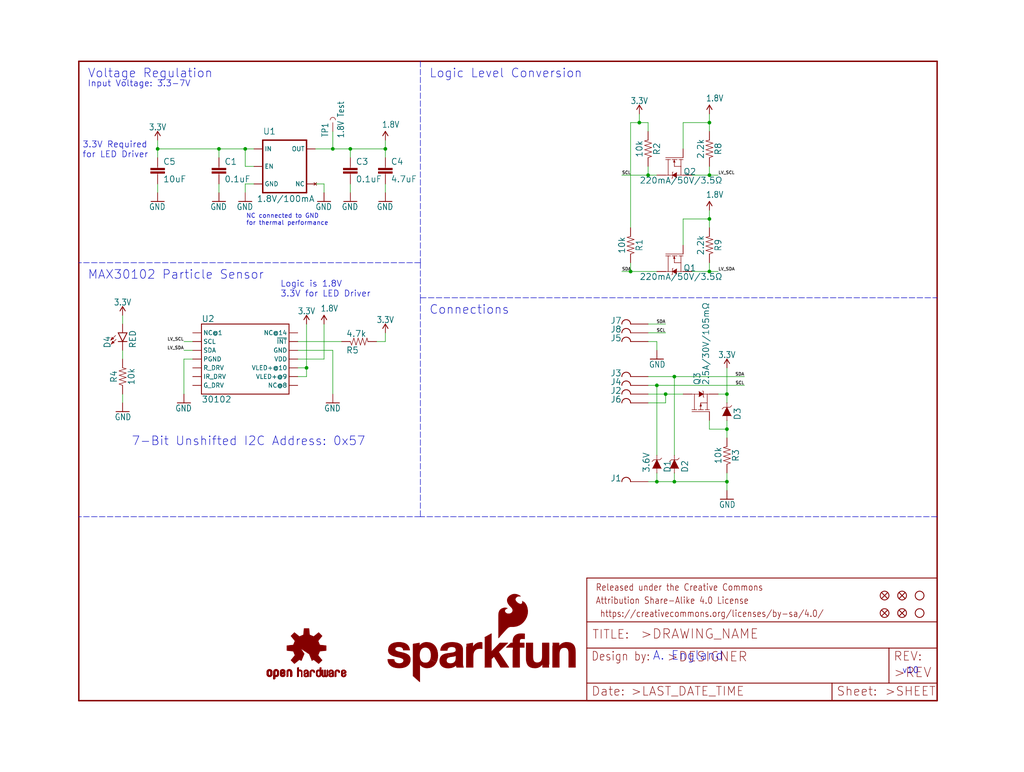
<source format=kicad_sch>
(kicad_sch (version 20211123) (generator eeschema)
  (paper "User" 297.002 223.926)
  (lib_symbols
    (symbol "eagleSchem-eagle-import:0.1UF-0603-25V-(+80{slash}-20%)"
      (property "Reference" "C" (at 1.524 2.921 0))
      (property "Value" "0.1UF-0603-25V-(+80{slash}-20%)" (at 1.524 -2.159 0))
      (symbol "0.1UF-0603-25V-(+80{slash}-20%)_1_0"
        (pin passive line (at 0 5.08 270) (length 2.54) (name "1") (number "1"))
        (pin passive line (at 0 -2.54 90) (length 2.54) (name "2") (number "2"))
      )
    )
    (symbol "eagleSchem-eagle-import:1.8V" (power)
      (property "Value" "1.8V" (at -1.016 3.556 0))
      (symbol "1.8V_1_0"
        (pin power_in line (at 0 0 90) (length 2.54) (name "1.8V") (number "1"))
      )
    )
    (symbol "eagleSchem-eagle-import:10KOHM-0603-1{slash}10W-1%"
      (property "Reference" "R" (at 0 1.524 0))
      (property "Value" "10KOHM-0603-1{slash}10W-1%" (at 0 -1.524 0))
      (symbol "10KOHM-0603-1{slash}10W-1%_1_0"
        (pin passive line (at -5.08 0 0) (length 2.54) (name "1") (number "1"))
        (pin passive line (at 5.08 0 180) (length 2.54) (name "2") (number "2"))
      )
    )
    (symbol "eagleSchem-eagle-import:10UF-0603-6.3V-20%"
      (property "Reference" "C" (at 1.524 2.921 0))
      (property "Value" "10UF-0603-6.3V-20%" (at 1.524 -2.159 0))
      (symbol "10UF-0603-6.3V-20%_1_0"
        (pin passive line (at 0 5.08 270) (length 2.54) (name "1") (number "1"))
        (pin passive line (at 0 -2.54 90) (length 2.54) (name "2") (number "2"))
      )
    )
    (symbol "eagleSchem-eagle-import:2.2KOHM-0603-1{slash}10W-1%"
      (property "Reference" "R" (at 0 1.524 0))
      (property "Value" "2.2KOHM-0603-1{slash}10W-1%" (at 0 -1.524 0))
      (symbol "2.2KOHM-0603-1{slash}10W-1%_1_0"
        (pin passive line (at -5.08 0 0) (length 2.54) (name "1") (number "1"))
        (pin passive line (at 5.08 0 180) (length 2.54) (name "2") (number "2"))
      )
    )
    (symbol "eagleSchem-eagle-import:3.3V" (power)
      (property "Value" "3.3V" (at 0 2.794 0))
      (symbol "3.3V_1_0"
        (pin power_in line (at 0 0 90) (length 2.54) (name "3.3V") (number "1"))
      )
    )
    (symbol "eagleSchem-eagle-import:4.7KOHM-0603-1{slash}10W-1%"
      (property "Reference" "R" (at 0 1.524 0))
      (property "Value" "4.7KOHM-0603-1{slash}10W-1%" (at 0 -1.524 0))
      (symbol "4.7KOHM-0603-1{slash}10W-1%_1_0"
        (pin passive line (at -5.08 0 0) (length 2.54) (name "1") (number "1"))
        (pin passive line (at 5.08 0 180) (length 2.54) (name "2") (number "2"))
      )
    )
    (symbol "eagleSchem-eagle-import:4.7UF-0603-6.3V-(10%)"
      (property "Reference" "C" (at 1.524 2.921 0))
      (property "Value" "4.7UF-0603-6.3V-(10%)" (at 1.524 -2.159 0))
      (symbol "4.7UF-0603-6.3V-(10%)_1_0"
        (pin passive line (at 0 5.08 270) (length 2.54) (name "1") (number "1"))
        (pin passive line (at 0 -2.54 90) (length 2.54) (name "2") (number "2"))
      )
    )
    (symbol "eagleSchem-eagle-import:DIODE-ZENER-BZT52C3V6S"
      (property "Reference" "D" (at -2.54 2.032 0))
      (property "Value" "DIODE-ZENER-BZT52C3V6S" (at -2.54 -2.032 0))
      (symbol "DIODE-ZENER-BZT52C3V6S_1_0"
        (pin passive line (at -2.54 0 0) (length 0) (name "A") (number "A"))
        (pin passive line (at 2.54 0 180) (length 0) (name "C") (number "C"))
      )
    )
    (symbol "eagleSchem-eagle-import:FIDUCIALUFIDUCIAL")
    (symbol "eagleSchem-eagle-import:FRAME-LETTER"
      (symbol "FRAME-LETTER_2_0"
        (text " https://creativecommons.org/licenses/by-sa/4.0/" (at 2.54 24.13 0) (effects (font (size 1.9304 1.6408)) (justify left bottom)))
        (text ">DESIGNER" (at 23.114 11.176 0) (effects (font (size 2.7432 2.7432)) (justify left bottom)))
        (text ">DRAWING_NAME" (at 15.494 17.78 0) (effects (font (size 2.7432 2.7432)) (justify left bottom)))
        (text ">LAST_DATE_TIME" (at 12.7 1.27 0) (effects (font (size 2.54 2.54)) (justify left bottom)))
        (text ">REV" (at 88.9 6.604 0) (effects (font (size 2.7432 2.7432)) (justify left bottom)))
        (text ">SHEET" (at 86.36 1.27 0) (effects (font (size 2.54 2.54)) (justify left bottom)))
        (text "Attribution Share-Alike 4.0 License" (at 2.54 27.94 0) (effects (font (size 1.9304 1.6408)) (justify left bottom)))
        (text "Date:" (at 1.27 1.27 0) (effects (font (size 2.54 2.54)) (justify left bottom)))
        (text "Design by:" (at 1.27 11.43 0) (effects (font (size 2.54 2.159)) (justify left bottom)))
        (text "Released under the Creative Commons" (at 2.54 31.75 0) (effects (font (size 1.9304 1.6408)) (justify left bottom)))
        (text "REV:" (at 88.9 11.43 0) (effects (font (size 2.54 2.54)) (justify left bottom)))
        (text "Sheet:" (at 72.39 1.27 0) (effects (font (size 2.54 2.54)) (justify left bottom)))
        (text "TITLE:" (at 1.524 17.78 0) (effects (font (size 2.54 2.54)) (justify left bottom)))
      )
    )
    (symbol "eagleSchem-eagle-import:GATORGATOR_MINI"
      (property "Reference" "J" (at 0 2.54 0))
      (property "Value" "GATORGATOR_MINI" (at -2.54 -5.08 0))
      (symbol "GATORGATOR_MINI_1_0"
        (pin bidirectional line (at -2.54 0 0) (length 5.08) (name "P$1") (number "P$2"))
      )
    )
    (symbol "eagleSchem-eagle-import:GND" (power)
      (property "Value" "GND" (at -2.54 -2.54 0))
      (symbol "GND_1_0"
        (pin power_in line (at 0 2.54 270) (length 2.54) (name "GND") (number "1"))
      )
    )
    (symbol "eagleSchem-eagle-import:LED-RED0603"
      (property "Reference" "D" (at -3.429 -4.572 90))
      (property "Value" "LED-RED0603" (at 1.905 -4.572 90))
      (symbol "LED-RED0603_1_0"
        (pin passive line (at 0 2.54 270) (length 2.54) (name "A") (number "A"))
        (pin passive line (at 0 -5.08 90) (length 2.54) (name "C") (number "C"))
      )
    )
    (symbol "eagleSchem-eagle-import:MAX3010X-30102"
      (property "Reference" "U" (at -12.7 10.668 0))
      (property "Value" "MAX3010X-30102" (at -12.7 -10.668 0))
      (symbol "MAX3010X-30102_1_0"
        (pin bidirectional line (at -15.24 7.62 0) (length 2.54) (name "NC@1") (number "1"))
        (pin bidirectional line (at 15.24 -2.54 180) (length 2.54) (name "VLED+@10") (number "10"))
        (pin bidirectional line (at 15.24 0 180) (length 2.54) (name "VDD") (number "11"))
        (pin bidirectional line (at 15.24 2.54 180) (length 2.54) (name "GND") (number "12"))
        (pin bidirectional line (at 15.24 5.08 180) (length 2.54) (name "~{INT}") (number "13"))
        (pin bidirectional line (at 15.24 7.62 180) (length 2.54) (name "NC@14") (number "14"))
        (pin bidirectional line (at -15.24 5.08 0) (length 2.54) (name "SCL") (number "2"))
        (pin bidirectional line (at -15.24 2.54 0) (length 2.54) (name "SDA") (number "3"))
        (pin bidirectional line (at -15.24 0 0) (length 2.54) (name "PGND") (number "4"))
        (pin bidirectional line (at -15.24 -2.54 0) (length 2.54) (name "R_DRV") (number "5"))
        (pin bidirectional line (at -15.24 -5.08 0) (length 2.54) (name "IR_DRV") (number "6"))
        (pin bidirectional line (at -15.24 -7.62 0) (length 2.54) (name "G_DRV") (number "7"))
        (pin bidirectional line (at 15.24 -7.62 180) (length 2.54) (name "NC@8") (number "8"))
        (pin bidirectional line (at 15.24 -5.08 180) (length 2.54) (name "VLED+@9") (number "9"))
      )
    )
    (symbol "eagleSchem-eagle-import:MOSFET-NCH-BSS138"
      (property "Reference" "Q" (at 5.08 0 0))
      (property "Value" "MOSFET-NCH-BSS138" (at 5.08 -2.54 0))
      (symbol "MOSFET-NCH-BSS138_1_0"
        (pin bidirectional line (at -5.08 -2.54 0) (length 2.54) (name "G") (number "1"))
        (pin bidirectional line (at 2.54 -5.08 90) (length 2.54) (name "S") (number "2"))
        (pin bidirectional line (at 2.54 5.08 270) (length 2.54) (name "D") (number "3"))
      )
    )
    (symbol "eagleSchem-eagle-import:MOSFET_PCH-DMG2307L"
      (property "Reference" "Q" (at 5.08 0 0))
      (property "Value" "MOSFET_PCH-DMG2307L" (at 5.08 -2.54 0))
      (symbol "MOSFET_PCH-DMG2307L_1_0"
        (pin bidirectional line (at -5.08 -2.54 0) (length 2.54) (name "G") (number "1"))
        (pin bidirectional line (at 2.54 -5.08 90) (length 2.54) (name "S") (number "2"))
        (pin bidirectional line (at 2.54 5.08 270) (length 2.54) (name "D") (number "3"))
      )
    )
    (symbol "eagleSchem-eagle-import:OSHW-LOGOS")
    (symbol "eagleSchem-eagle-import:SFE_LOGO_NAME_FLAME.1_INCH")
    (symbol "eagleSchem-eagle-import:STAND-OFFTIGHT")
    (symbol "eagleSchem-eagle-import:TEST-POINT3X4"
      (property "Reference" "TP" (at -2.54 2.54 0))
      (property "Value" "TEST-POINT3X4" (at -2.54 -2.54 0))
      (symbol "TEST-POINT3X4_1_0"
        (pin bidirectional line (at 0 0 180) (length 0) (name "1") (number "P$1"))
      )
    )
    (symbol "eagleSchem-eagle-import:V_REG_SP6214-1.8V"
      (property "Reference" "U" (at -7.62 7.874 0))
      (property "Value" "V_REG_SP6214-1.8V" (at -7.62 -7.874 0))
      (symbol "V_REG_SP6214-1.8V_1_0"
        (pin input line (at -10.16 5.08 0) (length 2.54) (name "IN") (number "1"))
        (pin input line (at -10.16 -5.08 0) (length 2.54) (name "GND") (number "2"))
        (pin input line (at -10.16 0 0) (length 2.54) (name "EN") (number "3"))
        (pin no_connect line (at 7.62 -5.08 180) (length 2.54) (name "NC") (number "4"))
        (pin passive line (at 7.62 5.08 180) (length 2.54) (name "OUT") (number "5"))
      )
    )
  )
  (junction (at 193.04 114.3))
  (junction (at 205.74 35.56))
  (junction (at 185.42 35.56))
  (junction (at 190.5 111.76))
  (junction (at 195.58 139.7))
  (junction (at 101.6 43.18))
  (junction (at 195.58 109.22))
  (junction (at 63.5 43.18))
  (junction (at 205.74 78.74))
  (junction (at 111.76 43.18))
  (junction (at 88.9 106.68))
  (junction (at 190.5 139.7))
  (junction (at 71.12 43.18))
  (junction (at 210.82 114.3))
  (junction (at 210.82 139.7))
  (junction (at 182.88 78.74))
  (junction (at 187.96 50.8))
  (junction (at 210.82 124.46))
  (junction (at 205.74 63.5))
  (junction (at 45.72 43.18))
  (junction (at 96.52 43.18))
  (junction (at 205.74 50.8))
  (wire (pts (xy 111.76 43.18) (xy 111.76 40.64)))
  (wire (pts (xy 88.9 106.68) (xy 88.9 109.22)))
  (wire (pts (xy 86.36 106.68) (xy 88.9 106.68)))
  (wire (pts (xy 210.82 137.16) (xy 210.82 139.7)))
  (polyline (pts (xy 121.92 86.36) (xy 271.78 86.36)))
  (wire (pts (xy 205.74 121.92) (xy 205.74 124.46)))
  (wire (pts (xy 185.42 35.56) (xy 187.96 35.56)))
  (wire (pts (xy 63.5 55.88) (xy 63.5 53.34)))
  (wire (pts (xy 111.76 45.72) (xy 111.76 43.18)))
  (wire (pts (xy 187.96 93.98) (xy 193.04 93.98)))
  (wire (pts (xy 185.42 33.02) (xy 185.42 35.56)))
  (polyline (pts (xy 121.92 76.2) (xy 121.92 86.36)))
  (wire (pts (xy 96.52 101.6) (xy 96.52 114.3)))
  (polyline (pts (xy 121.92 86.36) (xy 121.92 149.86)))
  (wire (pts (xy 71.12 43.18) (xy 73.66 43.18)))
  (wire (pts (xy 205.74 35.56) (xy 205.74 38.1)))
  (wire (pts (xy 182.88 78.74) (xy 180.34 78.74)))
  (wire (pts (xy 35.56 104.14) (xy 35.56 101.6)))
  (wire (pts (xy 88.9 106.68) (xy 88.9 93.98)))
  (wire (pts (xy 210.82 116.84) (xy 210.82 114.3)))
  (wire (pts (xy 101.6 45.72) (xy 101.6 43.18)))
  (wire (pts (xy 111.76 55.88) (xy 111.76 53.34)))
  (wire (pts (xy 187.96 48.26) (xy 187.96 50.8)))
  (wire (pts (xy 193.04 114.3) (xy 187.96 114.3)))
  (wire (pts (xy 187.96 96.52) (xy 193.04 96.52)))
  (wire (pts (xy 55.88 104.14) (xy 53.34 104.14)))
  (wire (pts (xy 91.44 53.34) (xy 93.98 53.34)))
  (wire (pts (xy 205.74 124.46) (xy 210.82 124.46)))
  (wire (pts (xy 205.74 78.74) (xy 200.66 78.74)))
  (polyline (pts (xy 121.92 149.86) (xy 22.86 149.86)))
  (wire (pts (xy 96.52 43.18) (xy 101.6 43.18)))
  (wire (pts (xy 210.82 121.92) (xy 210.82 124.46)))
  (wire (pts (xy 198.12 63.5) (xy 205.74 63.5)))
  (wire (pts (xy 187.96 35.56) (xy 187.96 38.1)))
  (wire (pts (xy 205.74 33.02) (xy 205.74 35.56)))
  (wire (pts (xy 195.58 109.22) (xy 215.9 109.22)))
  (wire (pts (xy 93.98 104.14) (xy 93.98 93.98)))
  (polyline (pts (xy 271.78 149.86) (xy 121.92 149.86)))
  (wire (pts (xy 190.5 137.16) (xy 190.5 139.7)))
  (wire (pts (xy 45.72 40.64) (xy 45.72 43.18)))
  (wire (pts (xy 210.82 139.7) (xy 210.82 142.24)))
  (wire (pts (xy 195.58 132.08) (xy 195.58 109.22)))
  (wire (pts (xy 187.96 111.76) (xy 190.5 111.76)))
  (wire (pts (xy 190.5 139.7) (xy 195.58 139.7)))
  (wire (pts (xy 208.28 78.74) (xy 205.74 78.74)))
  (wire (pts (xy 63.5 45.72) (xy 63.5 43.18)))
  (wire (pts (xy 111.76 96.52) (xy 111.76 99.06)))
  (wire (pts (xy 187.96 99.06) (xy 190.5 99.06)))
  (wire (pts (xy 86.36 109.22) (xy 88.9 109.22)))
  (wire (pts (xy 190.5 78.74) (xy 182.88 78.74)))
  (wire (pts (xy 205.74 63.5) (xy 205.74 66.04)))
  (wire (pts (xy 187.96 139.7) (xy 190.5 139.7)))
  (wire (pts (xy 208.28 50.8) (xy 205.74 50.8)))
  (polyline (pts (xy 121.92 17.78) (xy 121.92 76.2)))
  (wire (pts (xy 208.28 114.3) (xy 210.82 114.3)))
  (wire (pts (xy 45.72 55.88) (xy 45.72 53.34)))
  (wire (pts (xy 96.52 43.18) (xy 96.52 38.1)))
  (wire (pts (xy 190.5 99.06) (xy 190.5 101.6)))
  (wire (pts (xy 111.76 99.06) (xy 109.22 99.06)))
  (wire (pts (xy 86.36 104.14) (xy 93.98 104.14)))
  (wire (pts (xy 187.96 50.8) (xy 180.34 50.8)))
  (wire (pts (xy 205.74 76.2) (xy 205.74 78.74)))
  (wire (pts (xy 190.5 132.08) (xy 190.5 111.76)))
  (wire (pts (xy 185.42 35.56) (xy 182.88 35.56)))
  (wire (pts (xy 210.82 114.3) (xy 210.82 106.68)))
  (wire (pts (xy 190.5 111.76) (xy 215.9 111.76)))
  (polyline (pts (xy 121.92 76.2) (xy 22.86 76.2)))
  (wire (pts (xy 205.74 48.26) (xy 205.74 50.8)))
  (wire (pts (xy 195.58 137.16) (xy 195.58 139.7)))
  (wire (pts (xy 55.88 99.06) (xy 53.34 99.06)))
  (wire (pts (xy 187.96 109.22) (xy 195.58 109.22)))
  (wire (pts (xy 71.12 53.34) (xy 71.12 55.88)))
  (wire (pts (xy 35.56 116.84) (xy 35.56 114.3)))
  (wire (pts (xy 190.5 50.8) (xy 187.96 50.8)))
  (wire (pts (xy 195.58 139.7) (xy 210.82 139.7)))
  (wire (pts (xy 205.74 60.96) (xy 205.74 63.5)))
  (wire (pts (xy 55.88 101.6) (xy 53.34 101.6)))
  (wire (pts (xy 205.74 50.8) (xy 200.66 50.8)))
  (wire (pts (xy 73.66 53.34) (xy 71.12 53.34)))
  (wire (pts (xy 210.82 124.46) (xy 210.82 127)))
  (wire (pts (xy 187.96 116.84) (xy 193.04 116.84)))
  (wire (pts (xy 198.12 35.56) (xy 205.74 35.56)))
  (wire (pts (xy 93.98 53.34) (xy 93.98 55.88)))
  (wire (pts (xy 45.72 43.18) (xy 63.5 43.18)))
  (wire (pts (xy 71.12 48.26) (xy 71.12 43.18)))
  (wire (pts (xy 63.5 43.18) (xy 71.12 43.18)))
  (wire (pts (xy 182.88 35.56) (xy 182.88 66.04)))
  (wire (pts (xy 193.04 116.84) (xy 193.04 114.3)))
  (wire (pts (xy 35.56 91.44) (xy 35.56 93.98)))
  (wire (pts (xy 53.34 104.14) (xy 53.34 114.3)))
  (wire (pts (xy 198.12 71.12) (xy 198.12 63.5)))
  (wire (pts (xy 45.72 45.72) (xy 45.72 43.18)))
  (wire (pts (xy 182.88 76.2) (xy 182.88 78.74)))
  (wire (pts (xy 198.12 43.18) (xy 198.12 35.56)))
  (wire (pts (xy 101.6 55.88) (xy 101.6 53.34)))
  (wire (pts (xy 198.12 114.3) (xy 193.04 114.3)))
  (wire (pts (xy 86.36 101.6) (xy 96.52 101.6)))
  (wire (pts (xy 91.44 43.18) (xy 96.52 43.18)))
  (wire (pts (xy 86.36 99.06) (xy 99.06 99.06)))
  (wire (pts (xy 101.6 43.18) (xy 111.76 43.18)))
  (wire (pts (xy 73.66 48.26) (xy 71.12 48.26)))
  (text "A. England" (at 189.23 191.77 180) (effects (font (size 2.54 2.54)) (justify left bottom)))
  (text "NC connected to GND\nfor thermal performance" (at 71.374 65.532 180) (effects (font (size 1.27 1.27)) (justify left bottom)))
  (text "Input Voltage: 3.3-7V" (at 25.4 25.4 180) (effects (font (size 1.778 1.778)) (justify left bottom)))
  (text "Connections" (at 124.46 91.44 180) (effects (font (size 2.54 2.54)) (justify left bottom)))
  (text "7-Bit Unshifted I2C Address: 0x57" (at 38.1 129.54 180) (effects (font (size 2.54 2.54)) (justify left bottom)))
  (text "MAX30102 Particle Sensor" (at 25.4 81.28 180) (effects (font (size 2.54 2.54)) (justify left bottom)))
  (text "Logic is 1.8V\n3.3V for LED Driver" (at 81.28 86.36 180) (effects (font (size 1.778 1.778)) (justify left bottom)))
  (text "Voltage Regulation" (at 25.4 22.86 180) (effects (font (size 2.54 2.54)) (justify left bottom)))
  (text "v10" (at 261.62 195.58 180) (effects (font (size 1.778 1.778)) (justify left bottom)))
  (text "3.3V Required\nfor LED Driver" (at 23.876 45.974 180) (effects (font (size 1.778 1.778)) (justify left bottom)))
  (text "Logic Level Conversion" (at 124.46 22.86 180) (effects (font (size 2.54 2.54)) (justify left bottom)))
  (label "SDA" (at 215.9 109.22 180) (effects (font (size 0.889 0.889))))
  (label "LV_SCL" (at 208.28 50.8 0) (effects (font (size 0.889 0.889))))
  (label "LV_SCL" (at 53.34 99.06 180) (effects (font (size 0.889 0.889))))
  (label "SCL" (at 215.9 111.76 180) (effects (font (size 0.889 0.889))))
  (label "SCL" (at 180.34 50.8 0) (effects (font (size 0.889 0.889))))
  (label "SDA" (at 193.04 93.98 180) (effects (font (size 0.889 0.889))))
  (label "SDA" (at 180.34 78.74 0) (effects (font (size 0.889 0.889))))
  (label "SCL" (at 193.04 96.52 180) (effects (font (size 0.889 0.889))))
  (label "LV_SDA" (at 208.28 78.74 0) (effects (font (size 0.889 0.889))))
  (label "LV_SDA" (at 53.34 101.6 180) (effects (font (size 0.889 0.889))))
  (symbol (lib_id "eagleSchem-eagle-import:V_REG_SP6214-1.8V") (at 83.82 48.26 0) (unit 1)
    (property "Reference" "U1" (at 76.2 39.116 0) (effects (font (size 1.778 1.778)) (justify left bottom)))
    (property "Value" "1.8V/100mA" (at 74.422 58.674 0) (effects (font (size 1.778 1.778)) (justify left bottom)))
    (property "Footprint" "eagleSchem:SC70" (effects hide))
  )
  (symbol (lib_id "eagleSchem-eagle-import:DIODE-ZENER-BZT52C3V6S") (at 210.82 119.38 270) (mirror x) (unit 1)
    (property "Reference" "D3" (at 212.852 121.92 0) (effects (font (size 1.778 1.778)) (justify left bottom)))
    (property "Value" "3.6V" (effects hide))
    (property "Footprint" "eagleSchem:SOD-323" (effects hide))
  )
  (symbol (lib_id "eagleSchem-eagle-import:DIODE-ZENER-BZT52C3V6S") (at 190.5 134.62 270) (mirror x) (unit 1)
    (property "Reference" "D1" (at 192.532 137.16 0) (effects (font (size 1.778 1.778)) (justify left bottom)))
    (property "Value" "3.6V" (at 188.468 137.16 0) (effects (font (size 1.778 1.778)) (justify left top)))
    (property "Footprint" "eagleSchem:SOD-323" (effects hide))
  )
  (symbol (lib_id "eagleSchem-eagle-import:1.8V") (at 205.74 33.02 0) (unit 1)
    (property "Reference" "#SUPPLY7" (effects hide))
    (property "Value" "1.8V" (at 204.724 29.464 0) (effects (font (size 1.778 1.5113)) (justify left bottom)))
    (property "Footprint" "eagleSchem:" (effects hide))
  )
  (symbol (lib_id "eagleSchem-eagle-import:GATORGATOR_MINI") (at 185.42 99.06 0) (mirror y) (unit 1)
    (property "Reference" "J5" (at 180.34 99.06 0) (effects (font (size 1.778 1.778)) (justify left bottom)))
    (property "Value" "GATORGATOR_MINI" (effects hide))
    (property "Footprint" "eagleSchem:GATOR_MINI" (effects hide))
  )
  (symbol (lib_id "eagleSchem-eagle-import:MOSFET_PCH-DMG2307L") (at 203.2 116.84 90) (unit 1)
    (property "Reference" "Q3" (at 203.2 111.76 0) (effects (font (size 1.778 1.778)) (justify left bottom)))
    (property "Value" "2.5A/30V/105mΩ" (at 205.74 111.76 0) (effects (font (size 1.778 1.778)) (justify left bottom)))
    (property "Footprint" "eagleSchem:SOT23-3" (effects hide))
  )
  (symbol (lib_id "eagleSchem-eagle-import:DIODE-ZENER-BZT52C3V6S") (at 195.58 134.62 270) (mirror x) (unit 1)
    (property "Reference" "D2" (at 197.612 137.16 0) (effects (font (size 1.778 1.778)) (justify left bottom)))
    (property "Value" "3.6V" (effects hide))
    (property "Footprint" "eagleSchem:SOD-323" (effects hide))
  )
  (symbol (lib_id "eagleSchem-eagle-import:LED-RED0603") (at 35.56 96.52 0) (unit 1)
    (property "Reference" "D4" (at 32.131 101.092 90) (effects (font (size 1.778 1.778)) (justify left bottom)))
    (property "Value" "RED" (at 37.465 101.092 90) (effects (font (size 1.778 1.778)) (justify left top)))
    (property "Footprint" "eagleSchem:LED-0603" (effects hide))
  )
  (symbol (lib_id "eagleSchem-eagle-import:0.1UF-0603-25V-(+80{slash}-20%)") (at 101.6 50.8 0) (unit 1)
    (property "Reference" "C3" (at 103.124 47.879 0) (effects (font (size 1.778 1.778)) (justify left bottom)))
    (property "Value" "0.1uF" (at 103.124 52.959 0) (effects (font (size 1.778 1.778)) (justify left bottom)))
    (property "Footprint" "eagleSchem:0603" (effects hide))
  )
  (symbol (lib_id "eagleSchem-eagle-import:GND") (at 71.12 58.42 0) (unit 1)
    (property "Reference" "#GND2" (effects hide))
    (property "Value" "GND" (at 68.58 60.96 0) (effects (font (size 1.778 1.5113)) (justify left bottom)))
    (property "Footprint" "eagleSchem:" (effects hide))
  )
  (symbol (lib_id "eagleSchem-eagle-import:GATORGATOR_MINI") (at 185.42 109.22 0) (mirror y) (unit 1)
    (property "Reference" "J3" (at 180.34 109.22 0) (effects (font (size 1.778 1.778)) (justify left bottom)))
    (property "Value" "GATORGATOR_MINI" (effects hide))
    (property "Footprint" "eagleSchem:GATOR_MINI" (effects hide))
  )
  (symbol (lib_id "eagleSchem-eagle-import:GATORGATOR_MINI") (at 185.42 96.52 0) (mirror y) (unit 1)
    (property "Reference" "J8" (at 180.34 96.52 0) (effects (font (size 1.778 1.778)) (justify left bottom)))
    (property "Value" "GATORGATOR_MINI" (effects hide))
    (property "Footprint" "eagleSchem:GATOR_MINI" (effects hide))
  )
  (symbol (lib_id "eagleSchem-eagle-import:10KOHM-0603-1{slash}10W-1%") (at 210.82 132.08 270) (mirror x) (unit 1)
    (property "Reference" "R3" (at 212.344 132.08 0) (effects (font (size 1.778 1.778)) (justify bottom)))
    (property "Value" "10k" (at 209.296 132.08 0) (effects (font (size 1.778 1.778)) (justify top)))
    (property "Footprint" "eagleSchem:0603" (effects hide))
  )
  (symbol (lib_id "eagleSchem-eagle-import:1.8V") (at 205.74 60.96 0) (unit 1)
    (property "Reference" "#SUPPLY8" (effects hide))
    (property "Value" "1.8V" (at 204.724 57.404 0) (effects (font (size 1.778 1.5113)) (justify left bottom)))
    (property "Footprint" "eagleSchem:" (effects hide))
  )
  (symbol (lib_id "eagleSchem-eagle-import:GND") (at 96.52 116.84 0) (unit 1)
    (property "Reference" "#GND6" (effects hide))
    (property "Value" "GND" (at 93.98 119.38 0) (effects (font (size 1.778 1.5113)) (justify left bottom)))
    (property "Footprint" "eagleSchem:" (effects hide))
  )
  (symbol (lib_id "eagleSchem-eagle-import:10KOHM-0603-1{slash}10W-1%") (at 182.88 71.12 270) (mirror x) (unit 1)
    (property "Reference" "R1" (at 184.404 71.12 0) (effects (font (size 1.778 1.778)) (justify bottom)))
    (property "Value" "10k" (at 181.356 71.12 0) (effects (font (size 1.778 1.778)) (justify top)))
    (property "Footprint" "eagleSchem:0603" (effects hide))
  )
  (symbol (lib_id "eagleSchem-eagle-import:FRAME-LETTER") (at 170.18 203.2 0) (unit 2)
    (property "Reference" "FRAME1" (effects hide))
    (property "Value" "FRAME-LETTER" (effects hide))
    (property "Footprint" "eagleSchem:CREATIVE_COMMONS" (effects hide))
  )
  (symbol (lib_id "eagleSchem-eagle-import:STAND-OFFTIGHT") (at 266.7 177.8 0) (unit 1)
    (property "Reference" "STANDOFF2" (effects hide))
    (property "Value" "STAND-OFFTIGHT" (effects hide))
    (property "Footprint" "eagleSchem:STAND-OFF-TIGHT" (effects hide))
  )
  (symbol (lib_id "eagleSchem-eagle-import:0.1UF-0603-25V-(+80{slash}-20%)") (at 63.5 50.8 0) (unit 1)
    (property "Reference" "C1" (at 65.024 47.879 0) (effects (font (size 1.778 1.778)) (justify left bottom)))
    (property "Value" "0.1uF" (at 65.024 52.959 0) (effects (font (size 1.778 1.778)) (justify left bottom)))
    (property "Footprint" "eagleSchem:0603" (effects hide))
  )
  (symbol (lib_id "eagleSchem-eagle-import:GND") (at 35.56 119.38 0) (mirror y) (unit 1)
    (property "Reference" "#GND10" (effects hide))
    (property "Value" "GND" (at 38.1 121.92 0) (effects (font (size 1.778 1.5113)) (justify left bottom)))
    (property "Footprint" "eagleSchem:" (effects hide))
  )
  (symbol (lib_id "eagleSchem-eagle-import:GATORGATOR_MINI") (at 185.42 93.98 0) (mirror y) (unit 1)
    (property "Reference" "J7" (at 180.34 93.98 0) (effects (font (size 1.778 1.778)) (justify left bottom)))
    (property "Value" "GATORGATOR_MINI" (effects hide))
    (property "Footprint" "eagleSchem:GATOR_MINI" (effects hide))
  )
  (symbol (lib_id "eagleSchem-eagle-import:GND") (at 101.6 58.42 0) (unit 1)
    (property "Reference" "#GND4" (effects hide))
    (property "Value" "GND" (at 99.06 60.96 0) (effects (font (size 1.778 1.5113)) (justify left bottom)))
    (property "Footprint" "eagleSchem:" (effects hide))
  )
  (symbol (lib_id "eagleSchem-eagle-import:MOSFET-NCH-BSS138") (at 195.58 76.2 90) (mirror x) (unit 1)
    (property "Reference" "Q1" (at 198.12 78.74 90) (effects (font (size 1.778 1.778)) (justify right bottom)))
    (property "Value" "220mA/50V/3.5Ω" (at 185.42 81.28 90) (effects (font (size 1.778 1.778)) (justify right bottom)))
    (property "Footprint" "eagleSchem:SOT23-3" (effects hide))
  )
  (symbol (lib_id "eagleSchem-eagle-import:3.3V") (at 45.72 40.64 0) (unit 1)
    (property "Reference" "#SUPPLY1" (effects hide))
    (property "Value" "3.3V" (at 45.72 37.846 0) (effects (font (size 1.778 1.5113)) (justify bottom)))
    (property "Footprint" "eagleSchem:" (effects hide))
  )
  (symbol (lib_id "eagleSchem-eagle-import:TEST-POINT3X4") (at 96.52 38.1 90) (unit 1)
    (property "Reference" "TP1" (at 95.25 39.878 0) (effects (font (size 1.778 1.5113)) (justify left bottom)))
    (property "Value" "1.8V Test" (at 99.822 40.132 0) (effects (font (size 1.778 1.5113)) (justify left bottom)))
    (property "Footprint" "eagleSchem:PAD.03X.04" (effects hide))
  )
  (symbol (lib_id "eagleSchem-eagle-import:FIDUCIALUFIDUCIAL") (at 256.54 177.8 0) (unit 1)
    (property "Reference" "FID1" (effects hide))
    (property "Value" "FIDUCIALUFIDUCIAL" (effects hide))
    (property "Footprint" "eagleSchem:FIDUCIAL-MICRO" (effects hide))
  )
  (symbol (lib_id "eagleSchem-eagle-import:GATORGATOR_MINI") (at 185.42 116.84 0) (mirror y) (unit 1)
    (property "Reference" "J6" (at 180.34 116.84 0) (effects (font (size 1.778 1.778)) (justify left bottom)))
    (property "Value" "GATORGATOR_MINI" (effects hide))
    (property "Footprint" "eagleSchem:GATOR_MINI" (effects hide))
  )
  (symbol (lib_id "eagleSchem-eagle-import:GND") (at 210.82 144.78 0) (mirror y) (unit 1)
    (property "Reference" "#GND27" (effects hide))
    (property "Value" "GND" (at 213.36 147.32 0) (effects (font (size 1.778 1.5113)) (justify left bottom)))
    (property "Footprint" "eagleSchem:" (effects hide))
  )
  (symbol (lib_id "eagleSchem-eagle-import:3.3V") (at 111.76 96.52 0) (unit 1)
    (property "Reference" "#SUPPLY5" (effects hide))
    (property "Value" "3.3V" (at 111.76 93.726 0) (effects (font (size 1.778 1.5113)) (justify bottom)))
    (property "Footprint" "eagleSchem:" (effects hide))
  )
  (symbol (lib_id "eagleSchem-eagle-import:4.7KOHM-0603-1{slash}10W-1%") (at 104.14 99.06 0) (mirror x) (unit 1)
    (property "Reference" "R5" (at 100.33 100.5586 0) (effects (font (size 1.778 1.778)) (justify left bottom)))
    (property "Value" "4.7k" (at 100.33 95.758 0) (effects (font (size 1.778 1.778)) (justify left bottom)))
    (property "Footprint" "eagleSchem:0603" (effects hide))
  )
  (symbol (lib_id "eagleSchem-eagle-import:OSHW-LOGOS") (at 88.9 187.96 0) (unit 1)
    (property "Reference" "LOGO2" (effects hide))
    (property "Value" "OSHW-LOGOS" (effects hide))
    (property "Footprint" "eagleSchem:OSHW-LOGO-S" (effects hide))
  )
  (symbol (lib_id "eagleSchem-eagle-import:GATORGATOR_MINI") (at 185.42 114.3 0) (mirror y) (unit 1)
    (property "Reference" "J2" (at 180.34 114.3 0) (effects (font (size 1.778 1.778)) (justify left bottom)))
    (property "Value" "GATORGATOR_MINI" (effects hide))
    (property "Footprint" "eagleSchem:GATOR_MINI" (effects hide))
  )
  (symbol (lib_id "eagleSchem-eagle-import:MAX3010X-30102") (at 71.12 104.14 0) (unit 1)
    (property "Reference" "U2" (at 58.42 93.472 0) (effects (font (size 1.778 1.778)) (justify left bottom)))
    (property "Value" "30102" (at 58.42 114.808 0) (effects (font (size 1.778 1.778)) (justify left top)))
    (property "Footprint" "eagleSchem:OLGA-14" (effects hide))
  )
  (symbol (lib_id "eagleSchem-eagle-import:FIDUCIALUFIDUCIAL") (at 261.62 172.72 0) (unit 1)
    (property "Reference" "FID2" (effects hide))
    (property "Value" "FIDUCIALUFIDUCIAL" (effects hide))
    (property "Footprint" "eagleSchem:FIDUCIAL-MICRO" (effects hide))
  )
  (symbol (lib_id "eagleSchem-eagle-import:2.2KOHM-0603-1{slash}10W-1%") (at 205.74 43.18 270) (mirror x) (unit 1)
    (property "Reference" "R8" (at 207.264 43.18 0) (effects (font (size 1.778 1.778)) (justify bottom)))
    (property "Value" "2.2k" (at 204.216 43.18 0) (effects (font (size 1.778 1.778)) (justify top)))
    (property "Footprint" "eagleSchem:0603" (effects hide))
  )
  (symbol (lib_id "eagleSchem-eagle-import:GND") (at 53.34 116.84 0) (unit 1)
    (property "Reference" "#GND5" (effects hide))
    (property "Value" "GND" (at 50.8 119.38 0) (effects (font (size 1.778 1.5113)) (justify left bottom)))
    (property "Footprint" "eagleSchem:" (effects hide))
  )
  (symbol (lib_id "eagleSchem-eagle-import:3.3V") (at 210.82 106.68 0) (mirror y) (unit 1)
    (property "Reference" "#SUPPLY2" (effects hide))
    (property "Value" "3.3V" (at 210.82 103.886 0) (effects (font (size 1.778 1.5113)) (justify bottom)))
    (property "Footprint" "eagleSchem:" (effects hide))
  )
  (symbol (lib_id "eagleSchem-eagle-import:GND") (at 93.98 58.42 0) (unit 1)
    (property "Reference" "#GND8" (effects hide))
    (property "Value" "GND" (at 91.44 60.96 0) (effects (font (size 1.778 1.5113)) (justify left bottom)))
    (property "Footprint" "eagleSchem:" (effects hide))
  )
  (symbol (lib_id "eagleSchem-eagle-import:2.2KOHM-0603-1{slash}10W-1%") (at 205.74 71.12 270) (mirror x) (unit 1)
    (property "Reference" "R9" (at 207.264 71.12 0) (effects (font (size 1.778 1.778)) (justify bottom)))
    (property "Value" "2.2k" (at 204.216 71.12 0) (effects (font (size 1.778 1.778)) (justify top)))
    (property "Footprint" "eagleSchem:0603" (effects hide))
  )
  (symbol (lib_id "eagleSchem-eagle-import:GND") (at 190.5 104.14 0) (mirror y) (unit 1)
    (property "Reference" "#GND9" (effects hide))
    (property "Value" "GND" (at 193.04 106.68 0) (effects (font (size 1.778 1.5113)) (justify left bottom)))
    (property "Footprint" "eagleSchem:" (effects hide))
  )
  (symbol (lib_id "eagleSchem-eagle-import:GND") (at 45.72 58.42 0) (unit 1)
    (property "Reference" "#GND1" (effects hide))
    (property "Value" "GND" (at 43.18 60.96 0) (effects (font (size 1.778 1.5113)) (justify left bottom)))
    (property "Footprint" "eagleSchem:" (effects hide))
  )
  (symbol (lib_id "eagleSchem-eagle-import:4.7UF-0603-6.3V-(10%)") (at 111.76 50.8 0) (unit 1)
    (property "Reference" "C4" (at 113.284 47.879 0) (effects (font (size 1.778 1.778)) (justify left bottom)))
    (property "Value" "4.7uF" (at 113.284 52.959 0) (effects (font (size 1.778 1.778)) (justify left bottom)))
    (property "Footprint" "eagleSchem:0603" (effects hide))
  )
  (symbol (lib_id "eagleSchem-eagle-import:10KOHM-0603-1{slash}10W-1%") (at 187.96 43.18 270) (mirror x) (unit 1)
    (property "Reference" "R2" (at 189.484 43.18 0) (effects (font (size 1.778 1.778)) (justify bottom)))
    (property "Value" "10k" (at 186.436 43.18 0) (effects (font (size 1.778 1.778)) (justify top)))
    (property "Footprint" "eagleSchem:0603" (effects hide))
  )
  (symbol (lib_id "eagleSchem-eagle-import:FRAME-LETTER") (at 22.86 203.2 0) (unit 1)
    (property "Reference" "FRAME1" (effects hide))
    (property "Value" "FRAME-LETTER" (effects hide))
    (property "Footprint" "eagleSchem:CREATIVE_COMMONS" (effects hide))
  )
  (symbol (lib_id "eagleSchem-eagle-import:GND") (at 111.76 58.42 0) (unit 1)
    (property "Reference" "#GND3" (effects hide))
    (property "Value" "GND" (at 109.22 60.96 0) (effects (font (size 1.778 1.5113)) (justify left bottom)))
    (property "Footprint" "eagleSchem:" (effects hide))
  )
  (symbol (lib_id "eagleSchem-eagle-import:SFE_LOGO_NAME_FLAME.1_INCH") (at 111.76 198.12 0) (unit 1)
    (property "Reference" "LOGO1" (effects hide))
    (property "Value" "SFE_LOGO_NAME_FLAME.1_INCH" (effects hide))
    (property "Footprint" "eagleSchem:SFE_LOGO_NAME_FLAME_.1" (effects hide))
  )
  (symbol (lib_id "eagleSchem-eagle-import:GATORGATOR_MINI") (at 185.42 139.7 0) (mirror y) (unit 1)
    (property "Reference" "J1" (at 180.34 139.7 0) (effects (font (size 1.778 1.778)) (justify left bottom)))
    (property "Value" "GATORGATOR_MINI" (effects hide))
    (property "Footprint" "eagleSchem:GATOR_MINI" (effects hide))
  )
  (symbol (lib_id "eagleSchem-eagle-import:GATORGATOR_MINI") (at 185.42 111.76 0) (mirror y) (unit 1)
    (property "Reference" "J4" (at 180.34 111.76 0) (effects (font (size 1.778 1.778)) (justify left bottom)))
    (property "Value" "GATORGATOR_MINI" (effects hide))
    (property "Footprint" "eagleSchem:GATOR_MINI" (effects hide))
  )
  (symbol (lib_id "eagleSchem-eagle-import:1.8V") (at 111.76 40.64 0) (unit 1)
    (property "Reference" "#SUPPLY6" (effects hide))
    (property "Value" "1.8V" (at 110.744 37.084 0) (effects (font (size 1.778 1.5113)) (justify left bottom)))
    (property "Footprint" "eagleSchem:" (effects hide))
  )
  (symbol (lib_id "eagleSchem-eagle-import:10KOHM-0603-1{slash}10W-1%") (at 35.56 109.22 90) (unit 1)
    (property "Reference" "R4" (at 34.036 109.22 0) (effects (font (size 1.778 1.778)) (justify bottom)))
    (property "Value" "10k" (at 37.084 109.22 0) (effects (font (size 1.778 1.778)) (justify top)))
    (property "Footprint" "eagleSchem:0603" (effects hide))
  )
  (symbol (lib_id "eagleSchem-eagle-import:FIDUCIALUFIDUCIAL") (at 261.62 177.8 0) (unit 1)
    (property "Reference" "FID4" (effects hide))
    (property "Value" "FIDUCIALUFIDUCIAL" (effects hide))
    (property "Footprint" "eagleSchem:FIDUCIAL-MICRO" (effects hide))
  )
  (symbol (lib_id "eagleSchem-eagle-import:3.3V") (at 35.56 91.44 0) (unit 1)
    (property "Reference" "#SUPPLY4" (effects hide))
    (property "Value" "3.3V" (at 35.56 88.646 0) (effects (font (size 1.778 1.5113)) (justify bottom)))
    (property "Footprint" "eagleSchem:" (effects hide))
  )
  (symbol (lib_id "eagleSchem-eagle-import:1.8V") (at 93.98 93.98 0) (unit 1)
    (property "Reference" "#SUPPLY10" (effects hide))
    (property "Value" "1.8V" (at 92.964 90.424 0) (effects (font (size 1.778 1.5113)) (justify left bottom)))
    (property "Footprint" "eagleSchem:" (effects hide))
  )
  (symbol (lib_id "eagleSchem-eagle-import:STAND-OFFTIGHT") (at 266.7 172.72 0) (unit 1)
    (property "Reference" "STANDOFF3" (effects hide))
    (property "Value" "STAND-OFFTIGHT" (effects hide))
    (property "Footprint" "eagleSchem:STAND-OFF-TIGHT" (effects hide))
  )
  (symbol (lib_id "eagleSchem-eagle-import:10UF-0603-6.3V-20%") (at 45.72 50.8 0) (unit 1)
    (property "Reference" "C5" (at 47.244 47.879 0) (effects (font (size 1.778 1.778)) (justify left bottom)))
    (property "Value" "10uF" (at 47.244 52.959 0) (effects (font (size 1.778 1.778)) (justify left bottom)))
    (property "Footprint" "eagleSchem:0603" (effects hide))
  )
  (symbol (lib_id "eagleSchem-eagle-import:3.3V") (at 185.42 33.02 0) (unit 1)
    (property "Reference" "#SUPPLY3" (effects hide))
    (property "Value" "3.3V" (at 185.42 30.226 0) (effects (font (size 1.778 1.5113)) (justify bottom)))
    (property "Footprint" "eagleSchem:" (effects hide))
  )
  (symbol (lib_id "eagleSchem-eagle-import:FIDUCIALUFIDUCIAL") (at 256.54 172.72 0) (unit 1)
    (property "Reference" "FID3" (effects hide))
    (property "Value" "FIDUCIALUFIDUCIAL" (effects hide))
    (property "Footprint" "eagleSchem:FIDUCIAL-MICRO" (effects hide))
  )
  (symbol (lib_id "eagleSchem-eagle-import:MOSFET-NCH-BSS138") (at 195.58 48.26 90) (mirror x) (unit 1)
    (property "Reference" "Q2" (at 198.12 50.8 90) (effects (font (size 1.778 1.778)) (justify right bottom)))
    (property "Value" "220mA/50V/3.5Ω" (at 185.42 53.34 90) (effects (font (size 1.778 1.778)) (justify right bottom)))
    (property "Footprint" "eagleSchem:SOT23-3" (effects hide))
  )
  (symbol (lib_id "eagleSchem-eagle-import:3.3V") (at 88.9 93.98 0) (unit 1)
    (property "Reference" "#SUPPLY9" (effects hide))
    (property "Value" "3.3V" (at 88.9 91.186 0) (effects (font (size 1.778 1.5113)) (justify bottom)))
    (property "Footprint" "eagleSchem:" (effects hide))
  )
  (symbol (lib_id "eagleSchem-eagle-import:GND") (at 63.5 58.42 0) (unit 1)
    (property "Reference" "#GND7" (effects hide))
    (property "Value" "GND" (at 60.96 60.96 0) (effects (font (size 1.778 1.5113)) (justify left bottom)))
    (property "Footprint" "eagleSchem:" (effects hide))
  )
)
</source>
